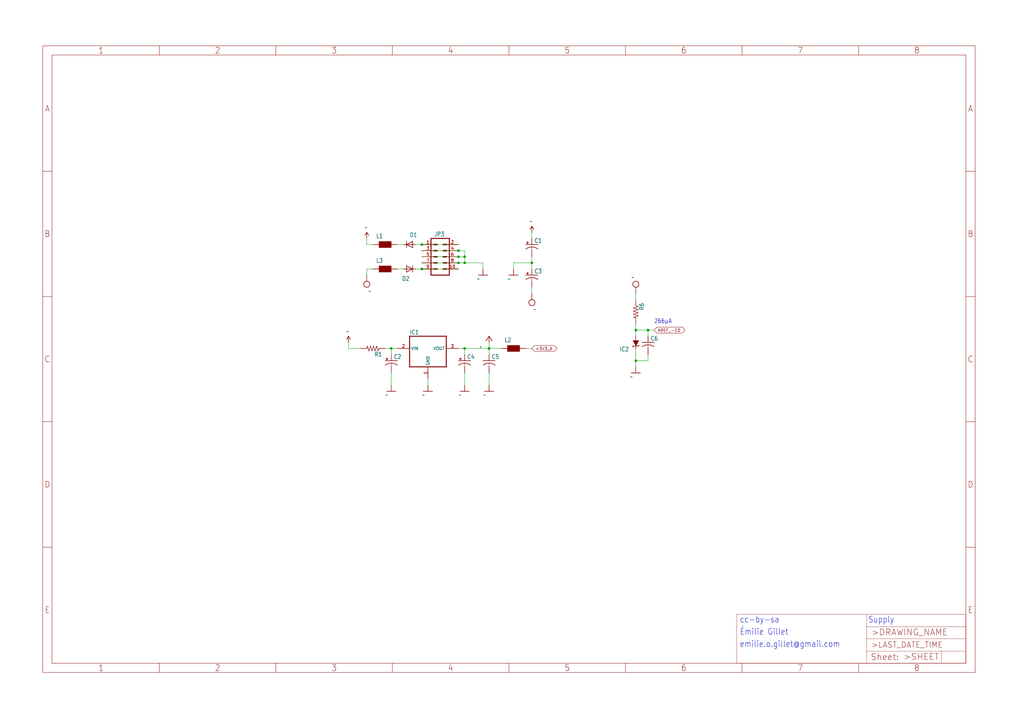
<source format=kicad_sch>
(kicad_sch (version 20211123) (generator eeschema)
  (paper "User" 425.45 299.161)
  (lib_symbols
    (symbol "warps_v30-eagle-import:+3V3" (power)
      (property "Value" "+3V3" (at -2.54 -5.08 90))
      (symbol "+3V3_1_0"
        (polyline (pts (xy 0 0) (xy -1.27 -1.905)) (stroke (width 0.254)))
        (polyline (pts (xy 1.27 -1.905) (xy 0 0)) (stroke (width 0.254)))
        (pin power_in line (at 0 -2.54 90) (length 2.54) (name "+3V3") (number "1"))
      )
    )
    (symbol "warps_v30-eagle-import:A3L-LOC"
      (symbol "A3L-LOC_0_0"
        (polyline (pts (xy 0 52.07) (xy 3.81 52.07)))
        (polyline (pts (xy 0 104.14) (xy 3.81 104.14)))
        (polyline (pts (xy 0 156.21) (xy 3.81 156.21)))
        (polyline (pts (xy 0 208.28) (xy 3.81 208.28)))
        (polyline (pts (xy 3.81 3.81) (xy 3.81 256.54)))
        (polyline (pts (xy 48.4188 0) (xy 48.4188 3.81)))
        (polyline (pts (xy 48.4188 256.54) (xy 48.4188 260.35)))
        (polyline (pts (xy 96.8375 0) (xy 96.8375 3.81)))
        (polyline (pts (xy 96.8375 256.54) (xy 96.8375 260.35)))
        (polyline (pts (xy 145.2563 0) (xy 145.2563 3.81)))
        (polyline (pts (xy 145.2563 256.54) (xy 145.2563 260.35)))
        (polyline (pts (xy 193.675 0) (xy 193.675 3.81)))
        (polyline (pts (xy 193.675 256.54) (xy 193.675 260.35)))
        (polyline (pts (xy 242.0938 0) (xy 242.0938 3.81)))
        (polyline (pts (xy 242.0938 256.54) (xy 242.0938 260.35)))
        (polyline (pts (xy 290.5125 0) (xy 290.5125 3.81)))
        (polyline (pts (xy 290.5125 256.54) (xy 290.5125 260.35)))
        (polyline (pts (xy 338.9313 0) (xy 338.9313 3.81)))
        (polyline (pts (xy 338.9313 256.54) (xy 338.9313 260.35)))
        (polyline (pts (xy 383.54 3.81) (xy 3.81 3.81)))
        (polyline (pts (xy 383.54 3.81) (xy 383.54 256.54)))
        (polyline (pts (xy 383.54 52.07) (xy 387.35 52.07)))
        (polyline (pts (xy 383.54 104.14) (xy 387.35 104.14)))
        (polyline (pts (xy 383.54 156.21) (xy 387.35 156.21)))
        (polyline (pts (xy 383.54 208.28) (xy 387.35 208.28)))
        (polyline (pts (xy 383.54 256.54) (xy 3.81 256.54)))
        (polyline (pts (xy 0 0) (xy 387.35 0) (xy 387.35 260.35) (xy 0 260.35) (xy 0 0)))
        (text "1" (at 24.2094 1.905 0) (effects (font (size 2.54 2.286))))
        (text "1" (at 24.2094 258.445 0) (effects (font (size 2.54 2.286))))
        (text "2" (at 72.6281 1.905 0) (effects (font (size 2.54 2.286))))
        (text "2" (at 72.6281 258.445 0) (effects (font (size 2.54 2.286))))
        (text "3" (at 121.0469 1.905 0) (effects (font (size 2.54 2.286))))
        (text "3" (at 121.0469 258.445 0) (effects (font (size 2.54 2.286))))
        (text "4" (at 169.4656 1.905 0) (effects (font (size 2.54 2.286))))
        (text "4" (at 169.4656 258.445 0) (effects (font (size 2.54 2.286))))
        (text "5" (at 217.8844 1.905 0) (effects (font (size 2.54 2.286))))
        (text "5" (at 217.8844 258.445 0) (effects (font (size 2.54 2.286))))
        (text "6" (at 266.3031 1.905 0) (effects (font (size 2.54 2.286))))
        (text "6" (at 266.3031 258.445 0) (effects (font (size 2.54 2.286))))
        (text "7" (at 314.7219 1.905 0) (effects (font (size 2.54 2.286))))
        (text "7" (at 314.7219 258.445 0) (effects (font (size 2.54 2.286))))
        (text "8" (at 363.1406 1.905 0) (effects (font (size 2.54 2.286))))
        (text "8" (at 363.1406 258.445 0) (effects (font (size 2.54 2.286))))
        (text "A" (at 1.905 234.315 0) (effects (font (size 2.54 2.286))))
        (text "A" (at 385.445 234.315 0) (effects (font (size 2.54 2.286))))
        (text "B" (at 1.905 182.245 0) (effects (font (size 2.54 2.286))))
        (text "B" (at 385.445 182.245 0) (effects (font (size 2.54 2.286))))
        (text "C" (at 1.905 130.175 0) (effects (font (size 2.54 2.286))))
        (text "C" (at 385.445 130.175 0) (effects (font (size 2.54 2.286))))
        (text "D" (at 1.905 78.105 0) (effects (font (size 2.54 2.286))))
        (text "D" (at 385.445 78.105 0) (effects (font (size 2.54 2.286))))
        (text "E" (at 1.905 26.035 0) (effects (font (size 2.54 2.286))))
        (text "E" (at 385.445 26.035 0) (effects (font (size 2.54 2.286))))
      )
      (symbol "A3L-LOC_1_0"
        (polyline (pts (xy 288.29 3.81) (xy 288.29 24.13)) (stroke (width 0.1016)))
        (polyline (pts (xy 288.29 3.81) (xy 342.265 3.81)) (stroke (width 0.1016)))
        (polyline (pts (xy 288.29 24.13) (xy 342.265 24.13)) (stroke (width 0.1016)))
        (polyline (pts (xy 342.265 3.81) (xy 373.38 3.81)) (stroke (width 0.1016)))
        (polyline (pts (xy 342.265 8.89) (xy 342.265 3.81)) (stroke (width 0.1016)))
        (polyline (pts (xy 342.265 8.89) (xy 342.265 13.97)) (stroke (width 0.1016)))
        (polyline (pts (xy 342.265 13.97) (xy 342.265 19.05)) (stroke (width 0.1016)))
        (polyline (pts (xy 342.265 13.97) (xy 383.54 13.97)) (stroke (width 0.1016)))
        (polyline (pts (xy 342.265 19.05) (xy 342.265 24.13)) (stroke (width 0.1016)))
        (polyline (pts (xy 342.265 19.05) (xy 383.54 19.05)) (stroke (width 0.1016)))
        (polyline (pts (xy 342.265 24.13) (xy 383.54 24.13)) (stroke (width 0.1016)))
        (polyline (pts (xy 373.38 3.81) (xy 373.38 8.89)) (stroke (width 0.1016)))
        (polyline (pts (xy 373.38 3.81) (xy 383.54 3.81)) (stroke (width 0.1016)))
        (polyline (pts (xy 373.38 8.89) (xy 342.265 8.89)) (stroke (width 0.1016)))
        (polyline (pts (xy 373.38 8.89) (xy 383.54 8.89)) (stroke (width 0.1016)))
        (polyline (pts (xy 383.54 3.81) (xy 383.54 8.89)) (stroke (width 0.1016)))
        (polyline (pts (xy 383.54 8.89) (xy 383.54 13.97)) (stroke (width 0.1016)))
        (polyline (pts (xy 383.54 13.97) (xy 383.54 19.05)) (stroke (width 0.1016)))
        (polyline (pts (xy 383.54 19.05) (xy 383.54 24.13)) (stroke (width 0.1016)))
        (text ">DRAWING_NAME" (at 344.17 15.24 0) (effects (font (size 2.54 2.54)) (justify left bottom)))
        (text ">LAST_DATE_TIME" (at 344.17 10.16 0) (effects (font (size 2.286 2.286)) (justify left bottom)))
        (text ">SHEET" (at 357.505 5.08 0) (effects (font (size 2.54 2.54)) (justify left bottom)))
        (text "Sheet:" (at 343.916 4.953 0) (effects (font (size 2.54 2.54)) (justify left bottom)))
      )
    )
    (symbol "warps_v30-eagle-import:C-USC0603"
      (property "Reference" "C" (at 1.016 0.635 0))
      (property "Value" "C-USC0603" (at 1.016 -4.191 0))
      (symbol "C-USC0603_1_0"
        (arc (start 0 -1.0161) (mid -1.302 -1.2303) (end -2.4668 -1.8504) (stroke (width 0.254)))
        (polyline (pts (xy -2.54 0) (xy 2.54 0)) (stroke (width 0.254)))
        (polyline (pts (xy 0 -1.016) (xy 0 -2.54)) (stroke (width 0.1524)))
        (arc (start 2.4892 -1.8542) (mid 1.3158 -1.2195) (end 0 -1) (stroke (width 0.254)))
        (pin passive line (at 0 2.54 270) (length 2.54) (name "1") (number "1"))
        (pin passive line (at 0 -5.08 90) (length 2.54) (name "2") (number "2"))
      )
    )
    (symbol "warps_v30-eagle-import:CPOL-USD"
      (property "Reference" "C" (at 1.016 0.635 0))
      (property "Value" "CPOL-USD" (at 1.016 -4.191 0))
      (symbol "CPOL-USD_1_0"
        (rectangle (start -2.253 0.668) (end -1.364 0.795) (fill (type outline)))
        (rectangle (start -1.872 0.287) (end -1.745 1.176) (fill (type outline)))
        (arc (start 0 -1.0161) (mid -1.3021 -1.2302) (end -2.4669 -1.8504) (stroke (width 0.254)))
        (polyline (pts (xy -2.54 0) (xy 2.54 0)) (stroke (width 0.254)))
        (polyline (pts (xy 0 -1.016) (xy 0 -2.54)) (stroke (width 0.1524)))
        (arc (start 2.4892 -1.8542) (mid 1.3158 -1.2195) (end 0 -1) (stroke (width 0.254)))
        (pin passive line (at 0 2.54 270) (length 2.54) (name "+") (number "+"))
        (pin passive line (at 0 -5.08 90) (length 2.54) (name "-") (number "-"))
      )
    )
    (symbol "warps_v30-eagle-import:DIODE-SOD123"
      (property "Reference" "D" (at 2.54 0.4826 0))
      (property "Value" "DIODE-SOD123" (at 2.54 -2.3114 0))
      (symbol "DIODE-SOD123_1_0"
        (polyline (pts (xy -1.27 -1.27) (xy 1.27 0)) (stroke (width 0.254)))
        (polyline (pts (xy -1.27 1.27) (xy -1.27 -1.27)) (stroke (width 0.254)))
        (polyline (pts (xy 1.27 0) (xy -1.27 1.27)) (stroke (width 0.254)))
        (polyline (pts (xy 1.27 0) (xy 1.27 -1.27)) (stroke (width 0.254)))
        (polyline (pts (xy 1.27 1.27) (xy 1.27 0)) (stroke (width 0.254)))
        (pin passive line (at -2.54 0 0) (length 2.54) (name "A") (number "A"))
        (pin passive line (at 2.54 0 180) (length 2.54) (name "C") (number "C"))
      )
    )
    (symbol "warps_v30-eagle-import:GND" (power)
      (property "Value" "GND" (at -2.54 -2.54 0))
      (symbol "GND_1_0"
        (polyline (pts (xy -1.905 0) (xy 1.905 0)) (stroke (width 0.254)))
        (pin power_in line (at 0 2.54 270) (length 2.54) (name "GND") (number "1"))
      )
    )
    (symbol "warps_v30-eagle-import:LM4041DBZ"
      (property "Reference" "IC" (at 2.794 1.905 0))
      (property "Value" "LM4041DBZ" (at 2.794 -0.889 0))
      (symbol "LM4041DBZ_1_0"
        (polyline (pts (xy -1.27 1.524) (xy -1.27 1.143)) (stroke (width 0.254)))
        (polyline (pts (xy 0 1.524) (xy -1.27 1.524)) (stroke (width 0.254)))
        (polyline (pts (xy 1.27 1.524) (xy 0 1.524)) (stroke (width 0.254)))
        (polyline (pts (xy 1.27 1.905) (xy 1.27 1.524)) (stroke (width 0.254)))
        (polyline (pts (xy 0 1.524) (xy -1.27 -0.762) (xy 1.27 -0.762)) (fill (type outline)))
        (pin passive line (at 0 2.54 270) (length 2.54) (name "C") (number "1"))
        (pin passive line (at 0 -2.54 90) (length 2.54) (name "A") (number "2"))
      )
    )
    (symbol "warps_v30-eagle-import:M05X2PTH"
      (property "Reference" "JP" (at -2.54 8.382 0))
      (property "Value" "M05X2PTH" (at -2.54 -10.16 0))
      (symbol "M05X2PTH_1_0"
        (polyline (pts (xy -3.81 7.62) (xy -3.81 -7.62)) (stroke (width 0.4064)))
        (polyline (pts (xy -3.81 7.62) (xy 3.81 7.62)) (stroke (width 0.4064)))
        (polyline (pts (xy -1.27 -5.08) (xy -2.54 -5.08)) (stroke (width 0.6096)))
        (polyline (pts (xy -1.27 -2.54) (xy -2.54 -2.54)) (stroke (width 0.6096)))
        (polyline (pts (xy -1.27 0) (xy -2.54 0)) (stroke (width 0.6096)))
        (polyline (pts (xy -1.27 2.54) (xy -2.54 2.54)) (stroke (width 0.6096)))
        (polyline (pts (xy -1.27 5.08) (xy -2.54 5.08)) (stroke (width 0.6096)))
        (polyline (pts (xy 1.27 -5.08) (xy 2.54 -5.08)) (stroke (width 0.6096)))
        (polyline (pts (xy 1.27 -2.54) (xy 2.54 -2.54)) (stroke (width 0.6096)))
        (polyline (pts (xy 1.27 0) (xy 2.54 0)) (stroke (width 0.6096)))
        (polyline (pts (xy 1.27 2.54) (xy 2.54 2.54)) (stroke (width 0.6096)))
        (polyline (pts (xy 1.27 5.08) (xy 2.54 5.08)) (stroke (width 0.6096)))
        (polyline (pts (xy 3.81 -7.62) (xy -3.81 -7.62)) (stroke (width 0.4064)))
        (polyline (pts (xy 3.81 -7.62) (xy 3.81 7.62)) (stroke (width 0.4064)))
        (pin passive line (at -7.62 5.08 0) (length 5.08) (name "1") (number "1"))
        (pin passive line (at 7.62 -5.08 180) (length 5.08) (name "10") (number "10"))
        (pin passive line (at 7.62 5.08 180) (length 5.08) (name "2") (number "2"))
        (pin passive line (at -7.62 2.54 0) (length 5.08) (name "3") (number "3"))
        (pin passive line (at 7.62 2.54 180) (length 5.08) (name "4") (number "4"))
        (pin passive line (at -7.62 0 0) (length 5.08) (name "5") (number "5"))
        (pin passive line (at 7.62 0 180) (length 5.08) (name "6") (number "6"))
        (pin passive line (at -7.62 -2.54 0) (length 5.08) (name "7") (number "7"))
        (pin passive line (at 7.62 -2.54 180) (length 5.08) (name "8") (number "8"))
        (pin passive line (at -7.62 -5.08 0) (length 5.08) (name "9") (number "9"))
      )
    )
    (symbol "warps_v30-eagle-import:R-US_R0603"
      (property "Reference" "R" (at -3.81 1.4986 0))
      (property "Value" "R-US_R0603" (at -3.81 -3.302 0))
      (symbol "R-US_R0603_1_0"
        (polyline (pts (xy -2.54 0) (xy -2.159 1.016)) (stroke (width 0.2032)))
        (polyline (pts (xy -2.159 1.016) (xy -1.524 -1.016)) (stroke (width 0.2032)))
        (polyline (pts (xy -1.524 -1.016) (xy -0.889 1.016)) (stroke (width 0.2032)))
        (polyline (pts (xy -0.889 1.016) (xy -0.254 -1.016)) (stroke (width 0.2032)))
        (polyline (pts (xy -0.254 -1.016) (xy 0.381 1.016)) (stroke (width 0.2032)))
        (polyline (pts (xy 0.381 1.016) (xy 1.016 -1.016)) (stroke (width 0.2032)))
        (polyline (pts (xy 1.016 -1.016) (xy 1.651 1.016)) (stroke (width 0.2032)))
        (polyline (pts (xy 1.651 1.016) (xy 2.286 -1.016)) (stroke (width 0.2032)))
        (polyline (pts (xy 2.286 -1.016) (xy 2.54 0)) (stroke (width 0.2032)))
        (pin passive line (at -5.08 0 0) (length 2.54) (name "1") (number "1"))
        (pin passive line (at 5.08 0 180) (length 2.54) (name "2") (number "2"))
      )
    )
    (symbol "warps_v30-eagle-import:R-US_R1206"
      (property "Reference" "R" (at -3.81 1.4986 0))
      (property "Value" "R-US_R1206" (at -3.81 -3.302 0))
      (symbol "R-US_R1206_1_0"
        (polyline (pts (xy -2.54 0) (xy -2.159 1.016)) (stroke (width 0.2032)))
        (polyline (pts (xy -2.159 1.016) (xy -1.524 -1.016)) (stroke (width 0.2032)))
        (polyline (pts (xy -1.524 -1.016) (xy -0.889 1.016)) (stroke (width 0.2032)))
        (polyline (pts (xy -0.889 1.016) (xy -0.254 -1.016)) (stroke (width 0.2032)))
        (polyline (pts (xy -0.254 -1.016) (xy 0.381 1.016)) (stroke (width 0.2032)))
        (polyline (pts (xy 0.381 1.016) (xy 1.016 -1.016)) (stroke (width 0.2032)))
        (polyline (pts (xy 1.016 -1.016) (xy 1.651 1.016)) (stroke (width 0.2032)))
        (polyline (pts (xy 1.651 1.016) (xy 2.286 -1.016)) (stroke (width 0.2032)))
        (polyline (pts (xy 2.286 -1.016) (xy 2.54 0)) (stroke (width 0.2032)))
        (pin passive line (at -5.08 0 0) (length 2.54) (name "1") (number "1"))
        (pin passive line (at 5.08 0 180) (length 2.54) (name "2") (number "2"))
      )
    )
    (symbol "warps_v30-eagle-import:REG1117T"
      (property "Reference" "IC" (at -7.62 5.715 0))
      (property "Value" "REG1117T" (at -5.08 2.54 0))
      (symbol "REG1117T_1_0"
        (polyline (pts (xy -7.62 -7.62) (xy 7.62 -7.62)) (stroke (width 0.4064)))
        (polyline (pts (xy -7.62 5.08) (xy -7.62 -7.62)) (stroke (width 0.4064)))
        (polyline (pts (xy 7.62 -7.62) (xy 7.62 5.08)) (stroke (width 0.4064)))
        (polyline (pts (xy 7.62 5.08) (xy -7.62 5.08)) (stroke (width 0.4064)))
        (pin power_in line (at 0 -12.7 90) (length 5.08) (name "GND") (number "1"))
        (pin input line (at -12.7 0 0) (length 5.08) (name "VIN") (number "2"))
        (pin output line (at 12.7 0 180) (length 5.08) (name "VOUT") (number "3"))
      )
    )
    (symbol "warps_v30-eagle-import:VCC" (power)
      (property "Value" "VCC" (at -1.016 3.556 0))
      (symbol "VCC_1_0"
        (polyline (pts (xy 0 2.54) (xy -0.762 1.27)) (stroke (width 0.254)))
        (polyline (pts (xy 0.762 1.27) (xy 0 2.54)) (stroke (width 0.254)))
        (pin power_in line (at 0 0 90) (length 2.54) (name "VCC") (number "1"))
      )
    )
    (symbol "warps_v30-eagle-import:VEE" (power)
      (property "Value" "VEE" (at -1.905 3.175 0))
      (symbol "VEE_1_0"
        (circle (center 0 1.27) (radius 1.27) (stroke (width 0.254)))
        (pin power_in line (at 0 -2.54 90) (length 2.54) (name "VEE") (number "1"))
      )
    )
    (symbol "warps_v30-eagle-import:WE-CBF_0603"
      (property "Reference" "L" (at -3.81 5.08 0))
      (property "Value" "WE-CBF_0603" (at -3.81 -1.27 0))
      (symbol "WE-CBF_0603_1_0"
        (rectangle (start -2.54 1.27) (end 2.54 3.81) (fill (type outline)))
        (pin passive line (at -5.08 2.54 0) (length 2.54) (name "1") (number "1"))
        (pin passive line (at 5.08 2.54 180) (length 2.54) (name "2") (number "2"))
      )
    )
  )
  (junction (at 190.5 109.22))
  (junction (at 175.26 101.6))
  (junction (at 203.2 144.78))
  (junction (at 193.04 144.78))
  (junction (at 193.04 106.68))
  (junction (at 220.98 109.22))
  (junction (at 190.5 106.68))
  (junction (at 190.5 104.14))
  (junction (at 162.56 144.78))
  (junction (at 193.04 109.22))
  (junction (at 264.16 137.16))
  (junction (at 264.16 149.86))
  (junction (at 269.24 137.16))
  (junction (at 175.26 111.76))
  (wire (pts (xy 203.2 154.94) (xy 203.2 160.02)))
  (wire (pts (xy 162.56 147.32) (xy 162.56 144.78)))
  (wire (pts (xy 193.04 104.14) (xy 193.04 106.68)))
  (wire (pts (xy 269.24 137.16) (xy 264.16 137.16)))
  (wire (pts (xy 264.16 124.46) (xy 264.16 121.92)))
  (wire (pts (xy 175.26 109.22) (xy 190.5 109.22)))
  (wire (pts (xy 165.1 111.76) (xy 167.64 111.76)))
  (wire (pts (xy 269.24 137.16) (xy 271.78 137.16)))
  (wire (pts (xy 269.24 137.16) (xy 269.24 139.7)))
  (wire (pts (xy 200.66 109.22) (xy 200.66 111.76)))
  (wire (pts (xy 193.04 106.68) (xy 193.04 109.22)))
  (wire (pts (xy 264.16 139.7) (xy 264.16 137.16)))
  (wire (pts (xy 203.2 144.78) (xy 203.2 147.32)))
  (wire (pts (xy 269.24 147.32) (xy 269.24 149.86)))
  (wire (pts (xy 220.98 109.22) (xy 213.36 109.22)))
  (wire (pts (xy 177.8 157.48) (xy 177.8 160.02)))
  (wire (pts (xy 165.1 101.6) (xy 167.64 101.6)))
  (wire (pts (xy 264.16 149.86) (xy 264.16 152.4)))
  (wire (pts (xy 193.04 106.68) (xy 190.5 106.68)))
  (wire (pts (xy 175.26 111.76) (xy 190.5 111.76)))
  (wire (pts (xy 172.72 111.76) (xy 175.26 111.76)))
  (wire (pts (xy 162.56 144.78) (xy 165.1 144.78)))
  (wire (pts (xy 193.04 154.94) (xy 193.04 160.02)))
  (wire (pts (xy 175.26 104.14) (xy 190.5 104.14)))
  (wire (pts (xy 220.98 99.06) (xy 220.98 96.52)))
  (wire (pts (xy 154.94 111.76) (xy 152.4 111.76)))
  (wire (pts (xy 160.02 144.78) (xy 162.56 144.78)))
  (wire (pts (xy 190.5 144.78) (xy 193.04 144.78)))
  (wire (pts (xy 264.16 149.86) (xy 269.24 149.86)))
  (wire (pts (xy 175.26 101.6) (xy 190.5 101.6)))
  (wire (pts (xy 144.78 144.78) (xy 144.78 142.24)))
  (wire (pts (xy 213.36 109.22) (xy 213.36 111.76)))
  (wire (pts (xy 154.94 101.6) (xy 152.4 101.6)))
  (wire (pts (xy 220.98 119.38) (xy 220.98 121.92)))
  (wire (pts (xy 190.5 104.14) (xy 193.04 104.14)))
  (wire (pts (xy 190.5 106.68) (xy 175.26 106.68)))
  (wire (pts (xy 203.2 144.78) (xy 203.2 142.24)))
  (wire (pts (xy 264.16 137.16) (xy 264.16 134.62)))
  (wire (pts (xy 264.16 144.78) (xy 264.16 149.86)))
  (wire (pts (xy 193.04 109.22) (xy 200.66 109.22)))
  (wire (pts (xy 193.04 147.32) (xy 193.04 144.78)))
  (wire (pts (xy 220.98 109.22) (xy 220.98 106.68)))
  (wire (pts (xy 208.28 144.78) (xy 203.2 144.78)))
  (wire (pts (xy 193.04 144.78) (xy 203.2 144.78)))
  (wire (pts (xy 152.4 101.6) (xy 152.4 99.06)))
  (wire (pts (xy 149.86 144.78) (xy 144.78 144.78)))
  (wire (pts (xy 218.44 144.78) (xy 220.98 144.78)))
  (wire (pts (xy 190.5 109.22) (xy 193.04 109.22)))
  (wire (pts (xy 172.72 101.6) (xy 175.26 101.6)))
  (wire (pts (xy 162.56 154.94) (xy 162.56 160.02)))
  (wire (pts (xy 220.98 109.22) (xy 220.98 111.76)))
  (wire (pts (xy 152.4 111.76) (xy 152.4 114.3)))
  (text "emilie.o.gillet@gmail.com" (at 307.34 269.24 180) (effects (font (size 2.54 2.159)) (justify left bottom)))
  (text "Supply" (at 360.68 259.08 180) (effects (font (size 2.54 2.159)) (justify left bottom)))
  (text "266µA" (at 271.78 134.62 180) (effects (font (size 1.778 1.5113)) (justify left bottom)))
  (text "Émilie Gillet" (at 307.34 264.16 180) (effects (font (size 2.54 2.159)) (justify left bottom)))
  (text "cc-by-sa" (at 307.34 259.08 180) (effects (font (size 2.54 2.159)) (justify left bottom)))
  (global_label "+3V3_A" (shape bidirectional) (at 220.98 144.78 0) (effects (font (size 1.2446 1.2446))) (property "Intersheet References" "${INTERSHEET_REFS}" (effects hide)))
  (global_label "AREF_-10" (shape bidirectional) (at 271.78 137.16 0) (effects (font (size 1.2446 1.2446))) (property "Intersheet References" "${INTERSHEET_REFS}" (effects hide)))
  (symbol (lib_id "warps_v30-eagle-import:WE-CBF_0603") (at 160.02 114.3 0) (unit 1)
    (property "Reference" "L3" (at 156.21 109.22 0) (effects (font (size 1.778 1.5113)) (justify left bottom)))
  )
  (symbol (lib_id "warps_v30-eagle-import:VEE") (at 220.98 124.46 180) (unit 1)
    (property "Reference" "#SUPPLY3" (effects hide))
  )
  (symbol (lib_id "warps_v30-eagle-import:CPOL-USD") (at 193.04 149.86 0) (unit 1)
    (property "Reference" "C4" (at 194.056 149.225 0) (effects (font (size 1.778 1.5113)) (justify left bottom)))
  )
  (symbol (lib_id "warps_v30-eagle-import:R-US_R1206") (at 154.94 144.78 180) (unit 1)
    (property "Reference" "R1" (at 158.75 146.2786 0) (effects (font (size 1.778 1.5113)) (justify left bottom)))
  )
  (symbol (lib_id "warps_v30-eagle-import:VCC") (at 220.98 96.52 0) (unit 1)
    (property "Reference" "#P+3" (effects hide))
  )
  (symbol (lib_id "warps_v30-eagle-import:REG1117T") (at 177.8 144.78 0) (unit 1)
    (property "Reference" "IC1" (at 170.18 139.065 0) (effects (font (size 1.778 1.5113)) (justify left bottom)))
  )
  (symbol (lib_id "warps_v30-eagle-import:C-USC0603") (at 269.24 142.24 0) (unit 1)
    (property "Reference" "C6" (at 270.256 141.605 0) (effects (font (size 1.778 1.5113)) (justify left bottom)))
  )
  (symbol (lib_id "warps_v30-eagle-import:VCC") (at 144.78 142.24 0) (unit 1)
    (property "Reference" "#P+8" (effects hide))
  )
  (symbol (lib_id "warps_v30-eagle-import:GND") (at 193.04 162.56 0) (unit 1)
    (property "Reference" "#GND35" (effects hide))
  )
  (symbol (lib_id "warps_v30-eagle-import:GND") (at 203.2 162.56 0) (unit 1)
    (property "Reference" "#GND36" (effects hide))
  )
  (symbol (lib_id "warps_v30-eagle-import:+3V3") (at 203.2 139.7 0) (unit 1)
    (property "Reference" "#+3V1" (effects hide))
  )
  (symbol (lib_id "warps_v30-eagle-import:GND") (at 264.16 154.94 0) (unit 1)
    (property "Reference" "#GND69" (effects hide))
  )
  (symbol (lib_id "warps_v30-eagle-import:VCC") (at 152.4 99.06 0) (unit 1)
    (property "Reference" "#P+2" (effects hide))
  )
  (symbol (lib_id "warps_v30-eagle-import:R-US_R0603") (at 264.16 129.54 270) (unit 1)
    (property "Reference" "R6" (at 265.6586 125.73 0) (effects (font (size 1.778 1.5113)) (justify left bottom)))
  )
  (symbol (lib_id "warps_v30-eagle-import:GND") (at 200.66 114.3 0) (unit 1)
    (property "Reference" "#GND4" (effects hide))
  )
  (symbol (lib_id "warps_v30-eagle-import:VEE") (at 152.4 116.84 180) (unit 1)
    (property "Reference" "#SUPPLY2" (effects hide))
  )
  (symbol (lib_id "warps_v30-eagle-import:WE-CBF_0603") (at 213.36 147.32 0) (unit 1)
    (property "Reference" "L2" (at 209.55 142.24 0) (effects (font (size 1.778 1.5113)) (justify left bottom)))
  )
  (symbol (lib_id "warps_v30-eagle-import:DIODE-SOD123") (at 170.18 101.6 180) (unit 1)
    (property "Reference" "D1" (at 170.18 98.5774 0) (effects (font (size 1.778 1.5113)) (justify right top)))
  )
  (symbol (lib_id "warps_v30-eagle-import:A3L-LOC") (at 17.78 279.4 0) (unit 1)
    (property "Reference" "#FRAME2" (effects hide))
  )
  (symbol (lib_id "warps_v30-eagle-import:C-USC0603") (at 203.2 149.86 0) (unit 1)
    (property "Reference" "C5" (at 204.216 149.225 0) (effects (font (size 1.778 1.5113)) (justify left bottom)))
  )
  (symbol (lib_id "warps_v30-eagle-import:DIODE-SOD123") (at 170.18 111.76 0) (unit 1)
    (property "Reference" "D2" (at 170.18 114.7826 0) (effects (font (size 1.778 1.5113)) (justify right top)))
  )
  (symbol (lib_id "warps_v30-eagle-import:GND") (at 177.8 162.56 0) (unit 1)
    (property "Reference" "#GND34" (effects hide))
  )
  (symbol (lib_id "warps_v30-eagle-import:GND") (at 213.36 114.3 0) (unit 1)
    (property "Reference" "#GND24" (effects hide))
  )
  (symbol (lib_id "warps_v30-eagle-import:WE-CBF_0603") (at 160.02 104.14 0) (unit 1)
    (property "Reference" "L1" (at 156.21 99.06 0) (effects (font (size 1.778 1.5113)) (justify left bottom)))
  )
  (symbol (lib_id "warps_v30-eagle-import:CPOL-USD") (at 220.98 114.3 0) (unit 1)
    (property "Reference" "C3" (at 221.996 113.665 0) (effects (font (size 1.778 1.5113)) (justify left bottom)))
  )
  (symbol (lib_id "warps_v30-eagle-import:GND") (at 162.56 162.56 0) (unit 1)
    (property "Reference" "#GND43" (effects hide))
  )
  (symbol (lib_id "warps_v30-eagle-import:LM4041DBZ") (at 264.16 142.24 180) (unit 1)
    (property "Reference" "IC2" (at 261.366 144.145 0) (effects (font (size 1.778 1.5113)) (justify left bottom)))
  )
  (symbol (lib_id "warps_v30-eagle-import:CPOL-USD") (at 220.98 101.6 0) (unit 1)
    (property "Reference" "C1" (at 221.996 100.965 0) (effects (font (size 1.778 1.5113)) (justify left bottom)))
  )
  (symbol (lib_id "warps_v30-eagle-import:CPOL-USD") (at 162.56 149.86 0) (unit 1)
    (property "Reference" "C2" (at 163.576 149.225 0) (effects (font (size 1.778 1.5113)) (justify left bottom)))
  )
  (symbol (lib_id "warps_v30-eagle-import:VEE") (at 264.16 119.38 0) (unit 1)
    (property "Reference" "#SUPPLY1" (effects hide))
  )
  (symbol (lib_id "warps_v30-eagle-import:M05X2PTH") (at 182.88 106.68 0) (unit 1)
    (property "Reference" "JP3" (at 180.34 98.298 0) (effects (font (size 1.778 1.5113)) (justify left bottom)))
  )
)
</source>
